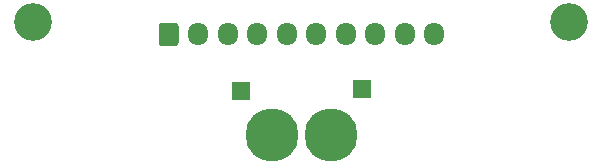
<source format=gbr>
%TF.GenerationSoftware,KiCad,Pcbnew,5.1.7-a382d34a8~88~ubuntu18.04.1*%
%TF.CreationDate,2021-01-07T11:27:00-05:00*%
%TF.ProjectId,DJI_to_xt30,444a495f-746f-45f7-9874-33302e6b6963,rev?*%
%TF.SameCoordinates,Original*%
%TF.FileFunction,Soldermask,Top*%
%TF.FilePolarity,Negative*%
%FSLAX46Y46*%
G04 Gerber Fmt 4.6, Leading zero omitted, Abs format (unit mm)*
G04 Created by KiCad (PCBNEW 5.1.7-a382d34a8~88~ubuntu18.04.1) date 2021-01-07 11:27:00*
%MOMM*%
%LPD*%
G01*
G04 APERTURE LIST*
%ADD10R,1.500000X1.500000*%
%ADD11C,4.500000*%
%ADD12O,1.700000X1.950000*%
%ADD13C,3.200000*%
G04 APERTURE END LIST*
D10*
%TO.C,TP2*%
X21290000Y-10840000D03*
%TD*%
%TO.C,TP1*%
X31510000Y-10670000D03*
%TD*%
D11*
%TO.C,J2*%
X23890000Y-14570000D03*
X28890000Y-14570000D03*
%TD*%
D12*
%TO.C,J1*%
X37660500Y-6020000D03*
X35160500Y-6020000D03*
X32660500Y-6020000D03*
X30160500Y-6020000D03*
X27660500Y-6020000D03*
X25160500Y-6020000D03*
X22660500Y-6020000D03*
X20160500Y-6020000D03*
X17660500Y-6020000D03*
G36*
G01*
X14310500Y-6745000D02*
X14310500Y-5295000D01*
G75*
G02*
X14560500Y-5045000I250000J0D01*
G01*
X15760500Y-5045000D01*
G75*
G02*
X16010500Y-5295000I0J-250000D01*
G01*
X16010500Y-6745000D01*
G75*
G02*
X15760500Y-6995000I-250000J0D01*
G01*
X14560500Y-6995000D01*
G75*
G02*
X14310500Y-6745000I0J250000D01*
G01*
G37*
%TD*%
D13*
%TO.C,H2*%
X3700000Y-5000000D03*
%TD*%
%TO.C,H1*%
X49100000Y-5000000D03*
%TD*%
M02*

</source>
